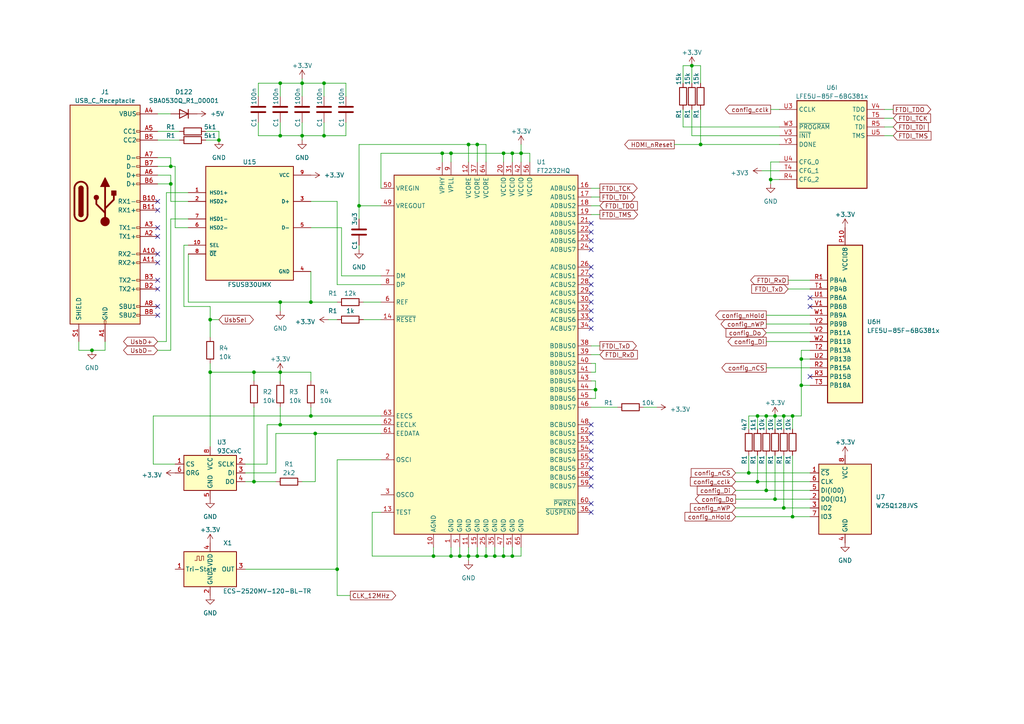
<source format=kicad_sch>
(kicad_sch (version 20230121) (generator eeschema)
  (paper "A4")
  (junction (at 172.72 113.03))
  (junction (at 146.05 44.45))
  (junction (at 73.66 139.7))
  (junction (at 146.05 161.29))
  (junction (at 138.43 161.29))
  (junction (at 104.14 59.69))
  (junction (at 224.79 144.78))
  (junction (at 81.28 107.95))
  (junction (at 229.87 120.65))
  (junction (at 222.25 120.65))
  (junction (at 81.28 39.37))
  (junction (at 90.17 87.63))
  (junction (at 133.35 161.29))
  (junction (at 219.71 120.65))
  (junction (at 232.41 111.76))
  (junction (at 200.66 19.05))
  (junction (at 219.71 139.7))
  (junction (at 227.33 147.32))
  (junction (at 130.81 44.45))
  (junction (at 93.98 39.37))
  (junction (at 222.25 142.24))
  (junction (at 81.28 24.13))
  (junction (at 148.59 161.29))
  (junction (at 49.53 48.26))
  (junction (at 60.96 92.71))
  (junction (at 49.53 53.34))
  (junction (at 128.27 44.45))
  (junction (at 60.96 107.95))
  (junction (at 97.79 165.1))
  (junction (at 90.17 120.65))
  (junction (at 143.51 161.29))
  (junction (at 73.66 107.95))
  (junction (at 135.89 161.29))
  (junction (at 63.5 40.64))
  (junction (at 217.17 137.16))
  (junction (at 87.63 39.37))
  (junction (at 87.63 24.13))
  (junction (at 93.98 24.13))
  (junction (at 151.13 44.45))
  (junction (at 125.73 161.29))
  (junction (at 229.87 149.86))
  (junction (at 135.89 41.91))
  (junction (at 232.41 104.14))
  (junction (at 203.2 41.91))
  (junction (at 223.52 52.07))
  (junction (at 138.43 41.91))
  (junction (at 227.33 120.65))
  (junction (at 148.59 44.45))
  (junction (at 81.28 123.19))
  (junction (at 224.79 120.65))
  (junction (at 130.81 161.29))
  (junction (at 26.67 101.6))
  (junction (at 91.44 125.73))
  (junction (at 140.97 161.29))
  (junction (at 81.28 87.63))
  (no_connect (at 45.72 91.44))
  (no_connect (at 171.45 130.81))
  (no_connect (at 171.45 92.71))
  (no_connect (at 171.45 87.63))
  (no_connect (at 171.45 95.25))
  (no_connect (at 171.45 67.31))
  (no_connect (at 171.45 135.89))
  (no_connect (at 171.45 128.27))
  (no_connect (at 45.72 73.66))
  (no_connect (at 171.45 69.85))
  (no_connect (at 45.72 66.04))
  (no_connect (at 45.72 88.9))
  (no_connect (at 234.95 86.36))
  (no_connect (at 234.95 88.9))
  (no_connect (at 171.45 90.17))
  (no_connect (at 171.45 125.73))
  (no_connect (at 171.45 138.43))
  (no_connect (at 45.72 58.42))
  (no_connect (at 45.72 60.96))
  (no_connect (at 45.72 76.2))
  (no_connect (at 171.45 64.77))
  (no_connect (at 171.45 146.05))
  (no_connect (at 171.45 148.59))
  (no_connect (at 171.45 140.97))
  (no_connect (at 171.45 80.01))
  (no_connect (at 45.72 83.82))
  (no_connect (at 171.45 82.55))
  (no_connect (at 45.72 68.58))
  (no_connect (at 171.45 133.35))
  (no_connect (at 234.95 109.22))
  (no_connect (at 45.72 81.28))
  (no_connect (at 171.45 72.39))
  (no_connect (at 171.45 77.47))
  (no_connect (at 171.45 123.19))
  (no_connect (at 171.45 85.09))
  (wire (pts (xy 128.27 46.99) (xy 128.27 44.45)))
  (wire (pts (xy 60.96 92.71) (xy 60.96 88.9)))
  (wire (pts (xy 130.81 158.75) (xy 130.81 161.29)))
  (wire (pts (xy 229.87 120.65) (xy 232.41 120.65)))
  (wire (pts (xy 97.79 87.63) (xy 90.17 87.63)))
  (wire (pts (xy 232.41 120.65) (xy 232.41 111.76)))
  (wire (pts (xy 100.33 24.13) (xy 100.33 27.94)))
  (wire (pts (xy 73.66 118.11) (xy 73.66 139.7)))
  (wire (pts (xy 146.05 46.99) (xy 146.05 44.45)))
  (wire (pts (xy 45.72 50.8) (xy 49.53 50.8)))
  (wire (pts (xy 143.51 161.29) (xy 146.05 161.29)))
  (wire (pts (xy 71.12 165.1) (xy 97.79 165.1)))
  (wire (pts (xy 93.98 39.37) (xy 100.33 39.37)))
  (wire (pts (xy 104.14 59.69) (xy 104.14 63.5)))
  (wire (pts (xy 227.33 120.65) (xy 229.87 120.65)))
  (wire (pts (xy 48.26 55.88) (xy 54.61 55.88)))
  (wire (pts (xy 110.49 59.69) (xy 104.14 59.69)))
  (wire (pts (xy 198.12 24.13) (xy 198.12 19.05)))
  (wire (pts (xy 100.33 35.56) (xy 100.33 39.37)))
  (wire (pts (xy 151.13 44.45) (xy 151.13 46.99)))
  (wire (pts (xy 198.12 31.75) (xy 198.12 36.83)))
  (wire (pts (xy 90.17 87.63) (xy 81.28 87.63)))
  (wire (pts (xy 87.63 24.13) (xy 93.98 24.13)))
  (wire (pts (xy 171.45 57.15) (xy 173.99 57.15)))
  (wire (pts (xy 226.06 39.37) (xy 200.66 39.37)))
  (wire (pts (xy 148.59 161.29) (xy 151.13 161.29)))
  (wire (pts (xy 222.25 120.65) (xy 222.25 124.46)))
  (wire (pts (xy 74.93 27.94) (xy 74.93 24.13)))
  (wire (pts (xy 49.53 101.6) (xy 45.72 101.6)))
  (wire (pts (xy 133.35 161.29) (xy 135.89 161.29)))
  (wire (pts (xy 81.28 123.19) (xy 77.47 123.19)))
  (wire (pts (xy 63.5 38.1) (xy 63.5 40.64)))
  (wire (pts (xy 130.81 44.45) (xy 146.05 44.45)))
  (wire (pts (xy 45.72 38.1) (xy 52.07 38.1)))
  (wire (pts (xy 45.72 45.72) (xy 49.53 45.72)))
  (wire (pts (xy 171.45 62.23) (xy 173.99 62.23)))
  (wire (pts (xy 104.14 59.69) (xy 104.14 41.91)))
  (wire (pts (xy 97.79 82.55) (xy 97.79 58.42)))
  (wire (pts (xy 87.63 22.86) (xy 87.63 24.13)))
  (wire (pts (xy 49.53 58.42) (xy 49.53 53.34)))
  (wire (pts (xy 171.45 54.61) (xy 173.99 54.61)))
  (wire (pts (xy 195.58 41.91) (xy 203.2 41.91)))
  (wire (pts (xy 146.05 44.45) (xy 148.59 44.45)))
  (wire (pts (xy 101.6 172.72) (xy 97.79 172.72)))
  (wire (pts (xy 53.34 88.9) (xy 53.34 71.12)))
  (wire (pts (xy 93.98 24.13) (xy 100.33 24.13)))
  (wire (pts (xy 229.87 132.08) (xy 229.87 149.86)))
  (wire (pts (xy 148.59 158.75) (xy 148.59 161.29)))
  (wire (pts (xy 125.73 161.29) (xy 130.81 161.29)))
  (wire (pts (xy 203.2 19.05) (xy 203.2 24.13)))
  (wire (pts (xy 223.52 46.99) (xy 223.52 52.07)))
  (wire (pts (xy 148.59 44.45) (xy 151.13 44.45)))
  (wire (pts (xy 200.66 19.05) (xy 200.66 24.13)))
  (wire (pts (xy 234.95 101.6) (xy 232.41 101.6)))
  (wire (pts (xy 81.28 24.13) (xy 81.28 27.94)))
  (wire (pts (xy 213.36 142.24) (xy 222.25 142.24)))
  (wire (pts (xy 97.79 172.72) (xy 97.79 165.1)))
  (wire (pts (xy 73.66 107.95) (xy 81.28 107.95)))
  (wire (pts (xy 138.43 46.99) (xy 138.43 41.91)))
  (wire (pts (xy 110.49 120.65) (xy 90.17 120.65)))
  (wire (pts (xy 49.53 63.5) (xy 49.53 101.6)))
  (wire (pts (xy 256.54 31.75) (xy 259.08 31.75)))
  (wire (pts (xy 80.01 125.73) (xy 91.44 125.73)))
  (wire (pts (xy 171.45 110.49) (xy 172.72 110.49)))
  (wire (pts (xy 200.66 19.05) (xy 203.2 19.05)))
  (wire (pts (xy 138.43 161.29) (xy 140.97 161.29)))
  (wire (pts (xy 30.48 99.06) (xy 30.48 101.6)))
  (wire (pts (xy 213.36 149.86) (xy 229.87 149.86)))
  (wire (pts (xy 213.36 147.32) (xy 227.33 147.32)))
  (wire (pts (xy 93.98 24.13) (xy 93.98 27.94)))
  (wire (pts (xy 213.36 137.16) (xy 217.17 137.16)))
  (wire (pts (xy 22.86 99.06) (xy 22.86 101.6)))
  (wire (pts (xy 93.98 35.56) (xy 93.98 39.37)))
  (wire (pts (xy 217.17 124.46) (xy 217.17 120.65)))
  (wire (pts (xy 222.25 132.08) (xy 222.25 142.24)))
  (wire (pts (xy 130.81 44.45) (xy 130.81 46.99)))
  (wire (pts (xy 128.27 44.45) (xy 130.81 44.45)))
  (wire (pts (xy 223.52 31.75) (xy 226.06 31.75)))
  (wire (pts (xy 256.54 36.83) (xy 259.08 36.83)))
  (wire (pts (xy 232.41 111.76) (xy 234.95 111.76)))
  (wire (pts (xy 110.49 123.19) (xy 81.28 123.19)))
  (wire (pts (xy 226.06 46.99) (xy 223.52 46.99)))
  (wire (pts (xy 73.66 139.7) (xy 80.01 139.7)))
  (wire (pts (xy 44.45 120.65) (xy 44.45 134.62)))
  (wire (pts (xy 99.06 80.01) (xy 99.06 66.04)))
  (wire (pts (xy 224.79 120.65) (xy 224.79 124.46)))
  (wire (pts (xy 90.17 107.95) (xy 90.17 110.49)))
  (wire (pts (xy 135.89 158.75) (xy 135.89 161.29)))
  (wire (pts (xy 60.96 105.41) (xy 60.96 107.95)))
  (wire (pts (xy 171.45 102.87) (xy 173.99 102.87)))
  (wire (pts (xy 171.45 100.33) (xy 173.99 100.33)))
  (wire (pts (xy 54.61 66.04) (xy 50.8 66.04)))
  (wire (pts (xy 81.28 87.63) (xy 81.28 90.17)))
  (wire (pts (xy 203.2 41.91) (xy 226.06 41.91)))
  (wire (pts (xy 217.17 120.65) (xy 219.71 120.65)))
  (wire (pts (xy 227.33 120.65) (xy 227.33 124.46)))
  (wire (pts (xy 229.87 120.65) (xy 229.87 124.46)))
  (wire (pts (xy 87.63 139.7) (xy 91.44 139.7)))
  (wire (pts (xy 50.8 66.04) (xy 50.8 48.26)))
  (wire (pts (xy 151.13 44.45) (xy 153.67 44.45)))
  (wire (pts (xy 80.01 137.16) (xy 80.01 125.73)))
  (wire (pts (xy 135.89 161.29) (xy 138.43 161.29)))
  (wire (pts (xy 110.49 54.61) (xy 110.49 44.45)))
  (wire (pts (xy 222.25 142.24) (xy 234.95 142.24)))
  (wire (pts (xy 171.45 105.41) (xy 172.72 105.41)))
  (wire (pts (xy 99.06 66.04) (xy 90.17 66.04)))
  (wire (pts (xy 172.72 107.95) (xy 171.45 107.95)))
  (wire (pts (xy 219.71 120.65) (xy 222.25 120.65)))
  (wire (pts (xy 59.69 38.1) (xy 63.5 38.1)))
  (wire (pts (xy 217.17 132.08) (xy 217.17 137.16)))
  (wire (pts (xy 81.28 24.13) (xy 87.63 24.13)))
  (wire (pts (xy 104.14 71.12) (xy 104.14 72.39)))
  (wire (pts (xy 224.79 144.78) (xy 234.95 144.78)))
  (wire (pts (xy 60.96 88.9) (xy 53.34 88.9)))
  (wire (pts (xy 81.28 118.11) (xy 81.28 123.19)))
  (wire (pts (xy 87.63 39.37) (xy 93.98 39.37)))
  (wire (pts (xy 50.8 48.26) (xy 49.53 48.26)))
  (wire (pts (xy 110.49 148.59) (xy 107.95 148.59)))
  (wire (pts (xy 222.25 91.44) (xy 234.95 91.44)))
  (wire (pts (xy 71.12 137.16) (xy 80.01 137.16)))
  (wire (pts (xy 133.35 158.75) (xy 133.35 161.29)))
  (wire (pts (xy 224.79 120.65) (xy 227.33 120.65)))
  (wire (pts (xy 53.34 71.12) (xy 54.61 71.12)))
  (wire (pts (xy 172.72 105.41) (xy 172.72 107.95)))
  (wire (pts (xy 227.33 147.32) (xy 234.95 147.32)))
  (wire (pts (xy 130.81 161.29) (xy 133.35 161.29)))
  (wire (pts (xy 256.54 34.29) (xy 259.08 34.29)))
  (wire (pts (xy 59.69 40.64) (xy 63.5 40.64)))
  (wire (pts (xy 97.79 58.42) (xy 90.17 58.42)))
  (wire (pts (xy 138.43 41.91) (xy 135.89 41.91)))
  (wire (pts (xy 220.98 49.53) (xy 226.06 49.53)))
  (wire (pts (xy 26.67 101.6) (xy 30.48 101.6)))
  (wire (pts (xy 97.79 133.35) (xy 110.49 133.35)))
  (wire (pts (xy 172.72 110.49) (xy 172.72 113.03)))
  (wire (pts (xy 60.96 97.79) (xy 60.96 92.71)))
  (wire (pts (xy 219.71 120.65) (xy 219.71 124.46)))
  (wire (pts (xy 45.72 99.06) (xy 48.26 99.06)))
  (wire (pts (xy 97.79 165.1) (xy 97.79 133.35)))
  (wire (pts (xy 198.12 36.83) (xy 226.06 36.83)))
  (wire (pts (xy 146.05 158.75) (xy 146.05 161.29)))
  (wire (pts (xy 105.41 87.63) (xy 110.49 87.63)))
  (wire (pts (xy 110.49 80.01) (xy 99.06 80.01)))
  (wire (pts (xy 105.41 92.71) (xy 110.49 92.71)))
  (wire (pts (xy 223.52 52.07) (xy 223.52 53.34)))
  (wire (pts (xy 198.12 19.05) (xy 200.66 19.05)))
  (wire (pts (xy 110.49 44.45) (xy 128.27 44.45)))
  (wire (pts (xy 219.71 132.08) (xy 219.71 139.7)))
  (wire (pts (xy 153.67 44.45) (xy 153.67 46.99)))
  (wire (pts (xy 203.2 31.75) (xy 203.2 41.91)))
  (wire (pts (xy 146.05 161.29) (xy 148.59 161.29)))
  (wire (pts (xy 74.93 24.13) (xy 81.28 24.13)))
  (wire (pts (xy 74.93 39.37) (xy 81.28 39.37)))
  (wire (pts (xy 73.66 110.49) (xy 73.66 107.95)))
  (wire (pts (xy 140.97 41.91) (xy 138.43 41.91)))
  (wire (pts (xy 172.72 113.03) (xy 172.72 115.57)))
  (wire (pts (xy 219.71 139.7) (xy 234.95 139.7)))
  (wire (pts (xy 90.17 78.74) (xy 90.17 87.63)))
  (wire (pts (xy 81.28 35.56) (xy 81.28 39.37)))
  (wire (pts (xy 81.28 39.37) (xy 87.63 39.37)))
  (wire (pts (xy 87.63 24.13) (xy 87.63 27.94)))
  (wire (pts (xy 140.97 158.75) (xy 140.97 161.29)))
  (wire (pts (xy 232.41 104.14) (xy 234.95 104.14)))
  (wire (pts (xy 223.52 52.07) (xy 226.06 52.07)))
  (wire (pts (xy 44.45 134.62) (xy 50.8 134.62)))
  (wire (pts (xy 171.45 59.69) (xy 173.99 59.69)))
  (wire (pts (xy 217.17 137.16) (xy 234.95 137.16)))
  (wire (pts (xy 232.41 104.14) (xy 232.41 111.76)))
  (wire (pts (xy 77.47 123.19) (xy 77.47 134.62)))
  (wire (pts (xy 135.89 41.91) (xy 135.89 46.99)))
  (wire (pts (xy 90.17 118.11) (xy 90.17 120.65)))
  (wire (pts (xy 45.72 33.02) (xy 49.53 33.02)))
  (wire (pts (xy 232.41 101.6) (xy 232.41 104.14)))
  (wire (pts (xy 60.96 92.71) (xy 63.5 92.71)))
  (wire (pts (xy 81.28 107.95) (xy 81.28 110.49)))
  (wire (pts (xy 107.95 161.29) (xy 125.73 161.29)))
  (wire (pts (xy 48.26 99.06) (xy 48.26 55.88)))
  (wire (pts (xy 151.13 161.29) (xy 151.13 158.75)))
  (wire (pts (xy 222.25 93.98) (xy 234.95 93.98)))
  (wire (pts (xy 81.28 107.95) (xy 90.17 107.95)))
  (wire (pts (xy 71.12 139.7) (xy 73.66 139.7)))
  (wire (pts (xy 45.72 48.26) (xy 49.53 48.26)))
  (wire (pts (xy 45.72 40.64) (xy 52.07 40.64)))
  (wire (pts (xy 87.63 39.37) (xy 87.63 40.64)))
  (wire (pts (xy 54.61 73.66) (xy 54.61 87.63)))
  (wire (pts (xy 171.45 113.03) (xy 172.72 113.03)))
  (wire (pts (xy 90.17 120.65) (xy 44.45 120.65)))
  (wire (pts (xy 148.59 44.45) (xy 148.59 46.99)))
  (wire (pts (xy 54.61 58.42) (xy 49.53 58.42)))
  (wire (pts (xy 213.36 139.7) (xy 219.71 139.7)))
  (wire (pts (xy 229.87 149.86) (xy 234.95 149.86)))
  (wire (pts (xy 224.79 132.08) (xy 224.79 144.78)))
  (wire (pts (xy 125.73 158.75) (xy 125.73 161.29)))
  (wire (pts (xy 222.25 96.52) (xy 234.95 96.52)))
  (wire (pts (xy 213.36 144.78) (xy 224.79 144.78)))
  (wire (pts (xy 138.43 158.75) (xy 138.43 161.29)))
  (wire (pts (xy 222.25 120.65) (xy 224.79 120.65)))
  (wire (pts (xy 222.25 106.68) (xy 234.95 106.68)))
  (wire (pts (xy 54.61 87.63) (xy 81.28 87.63)))
  (wire (pts (xy 228.6 83.82) (xy 234.95 83.82)))
  (wire (pts (xy 135.89 161.29) (xy 135.89 162.56)))
  (wire (pts (xy 77.47 134.62) (xy 71.12 134.62)))
  (wire (pts (xy 228.6 81.28) (xy 234.95 81.28)))
  (wire (pts (xy 74.93 35.56) (xy 74.93 39.37)))
  (wire (pts (xy 143.51 158.75) (xy 143.51 161.29)))
  (wire (pts (xy 222.25 99.06) (xy 234.95 99.06)))
  (wire (pts (xy 171.45 115.57) (xy 172.72 115.57)))
  (wire (pts (xy 110.49 82.55) (xy 97.79 82.55)))
  (wire (pts (xy 49.53 45.72) (xy 49.53 48.26)))
  (wire (pts (xy 60.96 129.54) (xy 60.96 107.95)))
  (wire (pts (xy 140.97 161.29) (xy 143.51 161.29)))
  (wire (pts (xy 60.96 107.95) (xy 73.66 107.95)))
  (wire (pts (xy 186.69 118.11) (xy 190.5 118.11)))
  (wire (pts (xy 151.13 41.91) (xy 151.13 44.45)))
  (wire (pts (xy 95.25 92.71) (xy 97.79 92.71)))
  (wire (pts (xy 107.95 148.59) (xy 107.95 161.29)))
  (wire (pts (xy 171.45 118.11) (xy 179.07 118.11)))
  (wire (pts (xy 91.44 125.73) (xy 110.49 125.73)))
  (wire (pts (xy 22.86 101.6) (xy 26.67 101.6)))
  (wire (pts (xy 227.33 132.08) (xy 227.33 147.32)))
  (wire (pts (xy 104.14 41.91) (xy 135.89 41.91)))
  (wire (pts (xy 256.54 39.37) (xy 259.08 39.37)))
  (wire (pts (xy 140.97 46.99) (xy 140.97 41.91)))
  (wire (pts (xy 45.72 53.34) (xy 49.53 53.34)))
  (wire (pts (xy 54.61 63.5) (xy 49.53 63.5)))
  (wire (pts (xy 91.44 139.7) (xy 91.44 125.73)))
  (wire (pts (xy 49.53 50.8) (xy 49.53 53.34)))
  (wire (pts (xy 200.66 31.75) (xy 200.66 39.37)))
  (wire (pts (xy 87.63 35.56) (xy 87.63 39.37)))
  (global_label "CLK_12MHz" (shape output) (at 101.6 172.72 0) (property "Intersheetrefs" "${INTERSHEET_REFS}" (effects hide)))
  (global_label "FTDI_TDO" (shape input) (at 173.99 59.69 0) (property "Intersheetrefs" "${INTERSHEET_REFS}" (effects hide)))
  (global_label "config_Di" (shape output) (at 222.25 99.06 180) (property "Intersheetrefs" "${INTERSHEET_REFS}" (effects hide)))
  (global_label "config_nWP" (shape input) (at 213.36 147.32 180) (property "Intersheetrefs" "${INTERSHEET_REFS}" (effects hide)))
  (global_label "UsbD-" (shape bidirectional) (at 45.72 101.6 180) (property "Intersheetrefs" "${INTERSHEET_REFS}" (effects hide)))
  (global_label "FTDI_TCK" (shape input) (at 259.08 34.29 0) (property "Intersheetrefs" "${INTERSHEET_REFS}" (effects hide)))
  (global_label "FTDI_RxD" (shape output) (at 228.6 81.28 180) (property "Intersheetrefs" "${INTERSHEET_REFS}" (effects hide)))
  (global_label "config_Do" (shape input) (at 222.25 96.52 180) (property "Intersheetrefs" "${INTERSHEET_REFS}" (effects hide)))
  (global_label "FTDI_TxD" (shape input) (at 228.6 83.82 180) (property "Intersheetrefs" "${INTERSHEET_REFS}" (effects hide)))
  (global_label "UsbD+" (shape bidirectional) (at 45.72 99.06 180) (property "Intersheetrefs" "${INTERSHEET_REFS}" (effects hide)))
  (global_label "config_cclk" (shape input) (at 213.36 139.7 180) (property "Intersheetrefs" "${INTERSHEET_REFS}" (effects hide)))
  (global_label "HDMI_nReset" (shape output) (at 195.58 41.91 180) (property "Intersheetrefs" "${INTERSHEET_REFS}" (effects hide)))
  (global_label "FTDI_TMS" (shape input) (at 259.08 39.37 0) (property "Intersheetrefs" "${INTERSHEET_REFS}" (effects hide)))
  (global_label "config_nCS" (shape input) (at 213.36 137.16 180) (property "Intersheetrefs" "${INTERSHEET_REFS}" (effects hide)))
  (global_label "config_cclk" (shape output) (at 223.52 31.75 180) (property "Intersheetrefs" "${INTERSHEET_REFS}" (effects hide)))
  (global_label "FTDI_RxD" (shape input) (at 173.99 102.87 0) (property "Intersheetrefs" "${INTERSHEET_REFS}" (effects hide)))
  (global_label "config_nCS" (shape output) (at 222.25 106.68 180) (property "Intersheetrefs" "${INTERSHEET_REFS}" (effects hide)))
  (global_label "FTDI_TDI" (shape output) (at 173.99 57.15 0) (property "Intersheetrefs" "${INTERSHEET_REFS}" (effects hide)))
  (global_label "config_nHold" (shape output) (at 222.25 91.44 180) (property "Intersheetrefs" "${INTERSHEET_REFS}" (effects hide)))
  (global_label "FTDI_TxD" (shape output) (at 173.99 100.33 0) (property "Intersheetrefs" "${INTERSHEET_REFS}" (effects hide)))
  (global_label "FTDI_TDI" (shape input) (at 259.08 36.83 0) (property "Intersheetrefs" "${INTERSHEET_REFS}" (effects hide)))
  (global_label "config_nWP" (shape output) (at 222.25 93.98 180) (property "Intersheetrefs" "${INTERSHEET_REFS}" (effects hide)))
  (global_label "FTDI_TDO" (shape output) (at 259.08 31.75 0) (property "Intersheetrefs" "${INTERSHEET_REFS}" (effects hide)))
  (global_label "FTDI_TMS" (shape output) (at 173.99 62.23 0) (property "Intersheetrefs" "${INTERSHEET_REFS}" (effects hide)))
  (global_label "config_nHold" (shape input) (at 213.36 149.86 180) (property "Intersheetrefs" "${INTERSHEET_REFS}" (effects hide)))
  (global_label "FTDI_TCK" (shape output) (at 173.99 54.61 0) (property "Intersheetrefs" "${INTERSHEET_REFS}" (effects hide)))
  (global_label "config_Do" (shape output) (at 213.36 144.78 180) (property "Intersheetrefs" "${INTERSHEET_REFS}" (effects hide)))
  (global_label "UsbSel" (shape bidirectional) (at 63.5 92.71 0) (property "Intersheetrefs" "${INTERSHEET_REFS}" (effects hide)))
  (global_label "config_Di" (shape input) (at 213.36 142.24 180) (property "Intersheetrefs" "${INTERSHEET_REFS}" (effects hide)))
  (symbol (lib_id "power:+3.3V") (at 151.13 41.91 0) (unit 1)
    (property "Reference" "#PWR01" (effects hide))
    (property "Value" "+3.3V" (at 151.13 38.1 0))
    (instances (project "gecko5education" (path "" (reference "#PWR01") (unit 1)) (path "" (reference "#PWR014") (unit 1))))
  )
  (symbol (lib_id "Device:R") (at 219.71 128.27 180) (unit 1)
    (property "Reference" "R1" (at 218.44 133.35 90))
    (property "Value" "1k1" (at 218.44 123.19 90))
    (property "Footprint" "Resistor_SMD:R_0402_1005Metric" (effects hide))
    (instances (project "gecko5education" (path "" (reference "R1") (unit 1)) (path "" (reference "R22") (unit 1))))
  )
  (symbol (lib_id "Device:R") (at 73.66 114.3 0) (unit 1)
    (property "Reference" "R2" (at 76.2 113.665 0) (effects (justify left)))
    (property "Value" "10k" (at 76.2 116.205 0) (effects (justify left)))
    (property "Footprint" "Resistor_SMD:R_0402_1005Metric" (effects hide))
    (instances (project "gecko5education" (path "" (reference "R2") (unit 1)) (path "" (reference "R1") (unit 1))))
  )
  (symbol (lib_id "power:+5V") (at 57.15 33.02 270) (unit 1)
    (property "Reference" "#PWR06" (effects hide))
    (property "Value" "+5V" (at 60.96 33.02 90) (effects (justify left)))
  )
  (symbol (lib_id "Device:R") (at 101.6 92.71 90) (unit 1)
    (property "Reference" "R1" (at 96.52 90.17 90))
    (property "Value" "1k" (at 101.6 90.17 90))
    (property "Footprint" "Resistor_SMD:R_0402_1005Metric" (effects hide))
    (instances (project "gecko5education" (path "" (reference "R1") (unit 1)) (path "" (reference "R6") (unit 1))))
  )
  (symbol (lib_id "Device:R") (at 81.28 114.3 0) (unit 1)
    (property "Reference" "R3" (at 83.82 113.665 0) (effects (justify left)))
    (property "Value" "10k" (at 83.82 116.205 0) (effects (justify left)))
    (property "Footprint" "Resistor_SMD:R_0402_1005Metric" (effects hide))
    (instances (project "gecko5education" (path "" (reference "R3") (unit 1)) (path "" (reference "R2") (unit 1))))
  )
  (symbol (lib_id "Device:R") (at 60.96 101.6 0) (unit 1)
    (property "Reference" "R4" (at 63.5 100.965 0) (effects (justify left)))
    (property "Value" "10k" (at 63.5 103.505 0) (effects (justify left)))
    (property "Footprint" "Resistor_SMD:R_0402_1005Metric" (effects hide))
    (instances (project "gecko5education" (path "" (reference "R4") (unit 1)) (path "" (reference "R15") (unit 1))))
  )
  (symbol (lib_id "Device:C") (at 104.14 67.31 180) (unit 1)
    (property "Reference" "C1" (at 102.87 71.12 90))
    (property "Value" "3u3" (at 102.87 63.5 90))
    (property "Footprint" "Capacitor_SMD:C_0402_1005Metric" (effects hide))
    (instances (project "gecko5education" (path "" (reference "C1") (unit 1)) (path "" (reference "C9") (unit 1))))
  )
  (symbol (lib_id "Device:R") (at 227.33 128.27 180) (unit 1)
    (property "Reference" "R1" (at 226.06 133.35 90))
    (property "Value" "10k" (at 226.06 123.19 90))
    (property "Footprint" "Resistor_SMD:R_0402_1005Metric" (effects hide))
    (instances (project "gecko5education" (path "" (reference "R1") (unit 1)) (path "" (reference "R25") (unit 1))))
  )
  (symbol (lib_id "Device:R") (at 55.88 38.1 90) (unit 1)
    (property "Reference" "R1" (at 49.53 36.83 90))
    (property "Value" "5k1" (at 60.96 36.83 90))
    (property "Footprint" "Resistor_SMD:R_0402_1005Metric" (effects hide))
    (instances (project "gecko5education" (path "" (reference "R1") (unit 1)) (path "" (reference "R116") (unit 1))))
  )
  (symbol (lib_id "power:+3.3V") (at 224.79 120.65 0) (unit 1)
    (property "Reference" "#PWR01" (effects hide))
    (property "Value" "+3.3V" (at 224.79 116.84 0))
    (instances (project "gecko5education" (path "" (reference "#PWR01") (unit 1)) (path "" (reference "#PWR026") (unit 1))))
  )
  (symbol (lib_id "Device:C") (at 74.93 31.75 180) (unit 1)
    (property "Reference" "C1" (at 73.66 35.56 90))
    (property "Value" "100n" (at 73.66 27.94 90))
    (property "Footprint" "Capacitor_SMD:C_0402_1005Metric" (effects hide))
    (instances (project "gecko5education" (path "" (reference "C1") (unit 1)) (path "" (reference "C10") (unit 1))))
  )
  (symbol (lib_id "Device:R") (at 229.87 128.27 180) (unit 1)
    (property "Reference" "R1" (at 228.6 133.35 90))
    (property "Value" "10k" (at 228.6 123.19 90))
    (property "Footprint" "Resistor_SMD:R_0402_1005Metric" (effects hide))
    (instances (project "gecko5education" (path "" (reference "R1") (unit 1)) (path "" (reference "R26") (unit 1))))
  )
  (symbol (lib_id "power:+3V3") (at 220.98 49.53 90) (unit 1)
    (property "Reference" "#PWR021" (effects hide))
    (property "Value" "+3V3" (at 217.17 50.165 90) (effects (justify left)))
  )
  (symbol (lib_id "Device:R") (at 182.88 118.11 90) (unit 1)
    (property "Reference" "R1" (at 176.53 116.84 90))
    (property "Value" "10k" (at 187.96 116.84 90))
    (property "Footprint" "Resistor_SMD:R_0402_1005Metric" (effects hide))
    (instances (project "gecko5education" (path "" (reference "R1") (unit 1)) (path "" (reference "R27") (unit 1))))
  )
  (symbol (lib_id "FPGA_Lattice:LFE5U-85F-6BG381x") (at 245.11 93.98 0) (unit 8)
    (property "Reference" "U6" (at 251.46 93.345 0) (effects (justify left)))
    (property "Value" "LFE5U-85F-6BG381x" (at 251.46 95.885 0) (effects (justify left)))
    (property "Footprint" "Package_BGA:Lattice_caBGA-381_17.0x17.0mm_Layout20x20_P0.8mm_Ball0.4mm_Pad0.4mm_NSMD" (effects hide))
    (property "Datasheet" "https://www.latticesemi.com/view_document?document_id=50461" (effects hide))
  )
  (symbol (lib_id "power:+3.3V") (at 245.11 66.04 0) (unit 1)
    (property "Reference" "#PWR01" (effects hide))
    (property "Value" "+3.3V" (at 245.11 62.23 0))
    (instances (project "gecko5education" (path "" (reference "#PWR01") (unit 1)) (path "" (reference "#PWR023") (unit 1))))
  )
  (symbol (lib_id "Memory_Flash:W25Q128JVS") (at 245.11 144.78 0) (unit 1)
    (property "Reference" "U7" (at 254 144.145 0) (effects (justify left)))
    (property "Value" "W25Q128JVS" (at 254 146.685 0) (effects (justify left)))
    (property "Footprint" "Package_SO:SOIC-8_5.23x5.23mm_P1.27mm" (effects hide))
    (property "Datasheet" "http://www.winbond.com/resource-files/w25q128jv_dtr%20revc%2003272018%20plus.pdf" (effects hide))
  )
  (symbol (lib_id "Device:C") (at 81.28 31.75 180) (unit 1)
    (property "Reference" "C1" (at 80.01 35.56 90))
    (property "Value" "100n" (at 80.01 27.94 90))
    (property "Footprint" "Capacitor_SMD:C_0402_1005Metric" (effects hide))
    (instances (project "gecko5education" (path "" (reference "C1") (unit 1)) (path "" (reference "C11") (unit 1))))
  )
  (symbol (lib_id "power:+3.3V") (at 87.63 22.86 0) (unit 1)
    (property "Reference" "#PWR01" (effects hide))
    (property "Value" "+3.3V" (at 87.63 19.05 0))
    (instances (project "gecko5education" (path "" (reference "#PWR01") (unit 1)) (path "" (reference "#PWR027") (unit 1))))
  )
  (symbol (lib_id "Interface_USB:FT2232HQ") (at 140.97 102.87 0) (unit 1)
    (property "Reference" "U1" (at 155.6259 46.99 0) (effects (justify left)))
    (property "Value" "FT2232HQ" (at 155.6259 49.53 0) (effects (justify left)))
    (property "Footprint" "Package_DFN_QFN:QFN-64-1EP_9x9mm_P0.5mm_EP4.35x4.35mm" (effects hide))
    (property "Datasheet" "https://www.ftdichip.com/Support/Documents/DataSheets/ICs/DS_FT2232H.pdf" (effects hide))
    (instances (project "gecko5education" (path "" (reference "U1") (unit 1)) (path "" (reference "U2") (unit 1))))
  )
  (symbol (lib_id "power:GND") (at 60.96 144.78 0) (unit 1)
    (property "Reference" "#PWR03" (effects hide))
    (property "Value" "GND" (at 60.96 149.86 0))
    (instances (project "gecko5education" (path "" (reference "#PWR03") (unit 1)) (path "" (reference "#PWR02") (unit 1))))
  )
  (symbol (lib_id "power:+3.3V") (at 90.17 50.8 270) (unit 1)
    (property "Reference" "#PWR01" (effects hide))
    (property "Value" "+3.3V" (at 93.98 50.8 90) (effects (justify left)))
    (instances (project "gecko5education" (path "" (reference "#PWR01") (unit 1)) (path "" (reference "#PWR094") (unit 1))))
  )
  (symbol (lib_id "power:GND") (at 81.28 90.17 0) (unit 1)
    (property "Reference" "#PWR03" (effects hide))
    (property "Value" "GND" (at 81.28 95.25 0))
    (instances (project "gecko5education" (path "" (reference "#PWR03") (unit 1)) (path "" (reference "#PWR013") (unit 1))))
  )
  (symbol (lib_id "power:+3.3V") (at 60.96 157.48 0) (unit 1)
    (property "Reference" "#PWR01" (effects hide))
    (property "Value" "+3.3V" (at 60.96 153.67 0))
    (instances (project "gecko5education" (path "" (reference "#PWR01") (unit 1)) (path "" (reference "#PWR017") (unit 1))))
  )
  (symbol (lib_id "gecko5education:FSUSB30UMX") (at 72.39 63.5 0) (unit 1)
    (property "Reference" "U15" (at 72.39 46.99 0))
    (property "Value" "FSUSB30UMX" (at 72.39 82.55 0))
    (property "Footprint" "gecko4education:IC_FSUSB30UMX" (effects hide))
    (property "PARTREV" "1.1.8" (effects hide))
    (property "STANDARD" "Manufacturer Recommendations" (effects hide))
    (property "MAXIMUM_PACKAGE_HEIGHT" "0.55 mm" (effects hide))
    (property "MANUFACTURER" "Fairchild Semiconductor" (effects hide))
  )
  (symbol (lib_id "power:GND") (at 245.11 157.48 0) (unit 1)
    (property "Reference" "#PWR04" (effects hide))
    (property "Value" "GND" (at 245.11 162.56 0))
    (instances (project "gecko5education" (path "" (reference "#PWR04") (unit 1)) (path "" (reference "#PWR025") (unit 1))))
  )
  (symbol (lib_id "Device:R") (at 217.17 128.27 180) (unit 1)
    (property "Reference" "R1" (at 215.9 133.35 90))
    (property "Value" "4k7" (at 215.9 123.19 90))
    (property "Footprint" "Resistor_SMD:R_0402_1005Metric" (effects hide))
    (instances (project "gecko5education" (path "" (reference "R1") (unit 1)) (path "" (reference "R21") (unit 1))))
  )
  (symbol (lib_id "Device:R") (at 200.66 27.94 180) (unit 1)
    (property "Reference" "R1" (at 199.39 33.02 90))
    (property "Value" "15k" (at 199.39 22.86 90))
    (property "Footprint" "Resistor_SMD:R_0402_1005Metric" (effects hide))
    (instances (project "gecko5education" (path "" (reference "R1") (unit 1)) (path "" (reference "R19") (unit 1))))
  )
  (symbol (lib_id "Connector:USB_C_Receptacle") (at 30.48 58.42 0) (unit 1)
    (property "Reference" "J1" (at 30.48 26.67 0))
    (property "Value" "USB_C_Receptacle" (at 30.48 29.21 0))
    (property "Footprint" "Connector_USB:USB_C_Receptacle_Molex_105450-0101" (effects hide))
    (property "Datasheet" "https://www.usb.org/sites/default/files/documents/usb_type-c.zip" (effects hide))
  )
  (symbol (lib_id "power:+3.3V") (at 81.28 107.95 0) (unit 1)
    (property "Reference" "#PWR01" (effects hide))
    (property "Value" "+3.3V" (at 81.28 104.14 0))
    (instances (project "gecko5education" (path "" (reference "#PWR01") (unit 1)) (path "" (reference "#PWR03") (unit 1))))
  )
  (symbol (lib_id "power:GND") (at 63.5 40.64 0) (unit 1)
    (property "Reference" "#PWR03" (effects hide))
    (property "Value" "GND" (at 63.5 45.72 0))
    (instances (project "gecko5education" (path "" (reference "#PWR03") (unit 1)) (path "" (reference "#PWR056") (unit 1))))
  )
  (symbol (lib_id "power:GND") (at 104.14 72.39 0) (unit 1)
    (property "Reference" "#PWR03" (effects hide))
    (property "Value" "GND" (at 104.14 77.47 0))
    (instances (project "gecko5education" (path "" (reference "#PWR03") (unit 1)) (path "" (reference "#PWR015") (unit 1))))
  )
  (symbol (lib_id "power:GND") (at 60.96 172.72 0) (unit 1)
    (property "Reference" "#PWR03" (effects hide))
    (property "Value" "GND" (at 60.96 177.8 0))
    (instances (project "gecko5education" (path "" (reference "#PWR03") (unit 1)) (path "" (reference "#PWR016") (unit 1))))
  )
  (symbol (lib_id "power:GND") (at 223.52 53.34 0) (unit 1)
    (property "Reference" "#PWR020" (effects hide))
    (property "Value" "GND" (at 223.52 58.42 0))
  )
  (symbol (lib_id "Memory_EEPROM:93CxxC") (at 60.96 137.16 0) (unit 1)
    (property "Reference" "U3" (at 62.9159 128.27 0) (effects (justify left)))
    (property "Value" "93CxxC" (at 62.9159 130.81 0) (effects (justify left)))
    (property "Footprint" "Package_SO:SOIC-8_3.9x4.9mm_P1.27mm" (effects hide))
    (property "Datasheet" "http://ww1.microchip.com/downloads/en/DeviceDoc/20001749K.pdf" (effects hide))
    (instances (project "gecko5education" (path "" (reference "U3") (unit 1)) (path "" (reference "U1") (unit 1))))
  )
  (symbol (lib_id "Device:C") (at 100.33 31.75 180) (unit 1)
    (property "Reference" "C1" (at 99.06 35.56 90))
    (property "Value" "100n" (at 99.06 27.94 90))
    (property "Footprint" "Capacitor_SMD:C_0402_1005Metric" (effects hide))
    (instances (project "gecko5education" (path "" (reference "C1") (unit 1)) (path "" (reference "C14") (unit 1))))
  )
  (symbol (lib_id "power:+3.3V") (at 245.11 132.08 0) (unit 1)
    (property "Reference" "#PWR01" (effects hide))
    (property "Value" "+3.3V" (at 245.11 128.27 0))
    (instances (project "gecko5education" (path "" (reference "#PWR01") (unit 1)) (path "" (reference "#PWR024") (unit 1))))
  )
  (symbol (lib_id "Device:R") (at 224.79 128.27 180) (unit 1)
    (property "Reference" "R1" (at 223.52 133.35 90))
    (property "Value" "10k" (at 223.52 123.19 90))
    (property "Footprint" "Resistor_SMD:R_0402_1005Metric" (effects hide))
    (instances (project "gecko5education" (path "" (reference "R1") (unit 1)) (path "" (reference "R24") (unit 1))))
  )
  (symbol (lib_id "Device:R") (at 83.82 139.7 90) (unit 1)
    (property "Reference" "R1" (at 83.82 134.62 90))
    (property "Value" "2k2" (at 83.82 137.16 90))
    (property "Footprint" "Resistor_SMD:R_0402_1005Metric" (effects hide))
    (instances (project "gecko5education" (path "" (reference "R1") (unit 1)) (path "" (reference "R3") (unit 1))))
  )
  (symbol (lib_id "power:GND") (at 135.89 162.56 0) (unit 1)
    (property "Reference" "#PWR04" (effects hide))
    (property "Value" "GND" (at 135.89 167.64 0))
  )
  (symbol (lib_id "power:GND") (at 87.63 40.64 0) (unit 1)
    (property "Reference" "#PWR03" (effects hide))
    (property "Value" "GND" (at 87.63 45.72 0))
    (instances (project "gecko5education" (path "" (reference "#PWR03") (unit 1)) (path "" (reference "#PWR028") (unit 1))))
  )
  (symbol (lib_id "power:GND") (at 26.67 101.6 0) (unit 1)
    (property "Reference" "#PWR03" (effects hide))
    (property "Value" "GND" (at 26.67 106.68 0))
    (instances (project "gecko5education" (path "" (reference "#PWR03") (unit 1)) (path "" (reference "#PWR05") (unit 1))))
  )
  (symbol (lib_id "FPGA_Lattice:LFE5U-85F-6BG381x") (at 241.3 41.91 0) (unit 9)
    (property "Reference" "U6" (at 241.3 25.4 0))
    (property "Value" "LFE5U-85F-6BG381x" (at 241.3 27.94 0))
    (property "Footprint" "Package_BGA:Lattice_caBGA-381_17.0x17.0mm_Layout20x20_P0.8mm_Ball0.4mm_Pad0.4mm_NSMD" (effects hide))
    (property "Datasheet" "https://www.latticesemi.com/view_document?document_id=50461" (effects hide))
  )
  (symbol (lib_id "Device:R") (at 101.6 87.63 90) (unit 1)
    (property "Reference" "R1" (at 96.52 85.09 90))
    (property "Value" "12k" (at 101.6 85.09 90))
    (property "Footprint" "Resistor_SMD:R_0402_1005Metric" (effects hide))
    (instances (project "gecko5education" (path "" (reference "R1") (unit 1)) (path "" (reference "R5") (unit 1))))
  )
  (symbol (lib_id "Device:R") (at 198.12 27.94 180) (unit 1)
    (property "Reference" "R1" (at 196.85 33.02 90))
    (property "Value" "15k" (at 196.85 22.86 90))
    (property "Footprint" "Resistor_SMD:R_0402_1005Metric" (effects hide))
    (instances (project "gecko5education" (path "" (reference "R1") (unit 1)) (path "" (reference "R18") (unit 1))))
  )
  (symbol (lib_id "power:+3.3V") (at 200.66 19.05 0) (unit 1)
    (property "Reference" "#PWR01" (effects hide))
    (property "Value" "+3.3V" (at 200.66 15.24 0))
    (instances (project "gecko5education" (path "" (reference "#PWR01") (unit 1)) (path "" (reference "#PWR022") (unit 1))))
  )
  (symbol (lib_id "Device:C") (at 93.98 31.75 180) (unit 1)
    (property "Reference" "C1" (at 92.71 35.56 90))
    (property "Value" "100n" (at 92.71 27.94 90))
    (property "Footprint" "Capacitor_SMD:C_0402_1005Metric" (effects hide))
    (instances (project "gecko5education" (path "" (reference "C1") (unit 1)) (path "" (reference "C13") (unit 1))))
  )
  (symbol (lib_id "power:+3.3V") (at 95.25 92.71 90) (unit 1)
    (property "Reference" "#PWR01" (effects hide))
    (property "Value" "+3.3V" (at 91.44 93.345 90) (effects (justify left)))
    (instances (project "gecko5education" (path "" (reference "#PWR01") (unit 1)) (path "" (reference "#PWR012") (unit 1))))
  )
  (symbol (lib_id "power:+3.3V") (at 190.5 118.11 270) (unit 1)
    (property "Reference" "#PWR01" (effects hide))
    (property "Value" "+3.3V" (at 194.31 118.745 90) (effects (justify left)))
    (instances (project "gecko5education" (path "" (reference "#PWR01") (unit 1)) (path "" (reference "#PWR034") (unit 1))))
  )
  (symbol (lib_id "Device:R") (at 90.17 114.3 0) (unit 1)
    (property "Reference" "R4" (at 92.71 113.665 0) (effects (justify left)))
    (property "Value" "10k" (at 92.71 116.205 0) (effects (justify left)))
    (property "Footprint" "Resistor_SMD:R_0402_1005Metric" (effects hide))
  )
  (symbol (lib_id "Device:C") (at 87.63 31.75 180) (unit 1)
    (property "Reference" "C1" (at 86.36 35.56 90))
    (property "Value" "100n" (at 86.36 27.94 90))
    (property "Footprint" "Capacitor_SMD:C_0402_1005Metric" (effects hide))
    (instances (project "gecko5education" (path "" (reference "C1") (unit 1)) (path "" (reference "C12") (unit 1))))
  )
  (symbol (lib_id "power:+3.3V") (at 50.8 137.16 90) (unit 1)
    (property "Reference" "#PWR02" (effects hide))
    (property "Value" "+3.3V" (at 46.99 137.795 90) (effects (justify left)))
    (instances (project "gecko5education" (path "" (reference "#PWR02") (unit 1)) (path "" (reference "#PWR01") (unit 1))))
  )
  (symbol (lib_id "Device:R") (at 55.88 40.64 90) (unit 1)
    (property "Reference" "R1" (at 49.53 39.37 90))
    (property "Value" "5k1" (at 60.96 39.37 90))
    (property "Footprint" "Resistor_SMD:R_0402_1005Metric" (effects hide))
    (instances (project "gecko5education" (path "" (reference "R1") (unit 1)) (path "" (reference "R117") (unit 1))))
  )
  (symbol (lib_id "Device:D") (at 53.34 33.02 180) (unit 1)
    (property "Reference" "D122" (at 53.34 26.67 0))
    (property "Value" "SBA0530Q_R1_00001" (at 53.34 29.21 0))
    (property "Footprint" "Diode_SMD:D_0402_1005Metric" (effects hide))
    (property "Sim.Device" "D" (effects hide))
    (property "Sim.Pins" "1=K 2=A" (effects hide))
    (instances (project "gecko5education" (path "" (reference "D122") (unit 1)) (path "" (reference "D123") (unit 1))))
  )
  (symbol (lib_id "Device:R") (at 222.25 128.27 180) (unit 1)
    (property "Reference" "R1" (at 220.98 133.35 90))
    (property "Value" "10k" (at 220.98 123.19 90))
    (property "Footprint" "Resistor_SMD:R_0402_1005Metric" (effects hide))
    (instances (project "gecko5education" (path "" (reference "R1") (unit 1)) (path "" (reference "R23") (unit 1))))
  )
  (symbol (lib_id "Device:R") (at 203.2 27.94 180) (unit 1)
    (property "Reference" "R1" (at 201.93 33.02 90))
    (property "Value" "15k" (at 201.93 22.86 90))
    (property "Footprint" "Resistor_SMD:R_0402_1005Metric" (effects hide))
    (instances (project "gecko5education" (path "" (reference "R1") (unit 1)) (path "" (reference "R20") (unit 1))))
  )
  (symbol (lib_id "Oscillator:ECS-2520MV-xxx-xx") (at 60.96 165.1 0) (unit 1)
    (property "Reference" "X1" (at 66.04 157.48 0))
    (property "Value" "ECS-2520MV-120-BL-TR" (at 77.47 171.45 0))
    (property "Footprint" "Oscillator:Oscillator_SMD_ECS_2520MV-xxx-xx-4Pin_2.5x2.0mm" (effects hide))
    (property "Datasheet" "https://www.ecsxtal.com/store/pdf/ECS-2520MV.pdf" (effects hide))
  )
)
</source>
